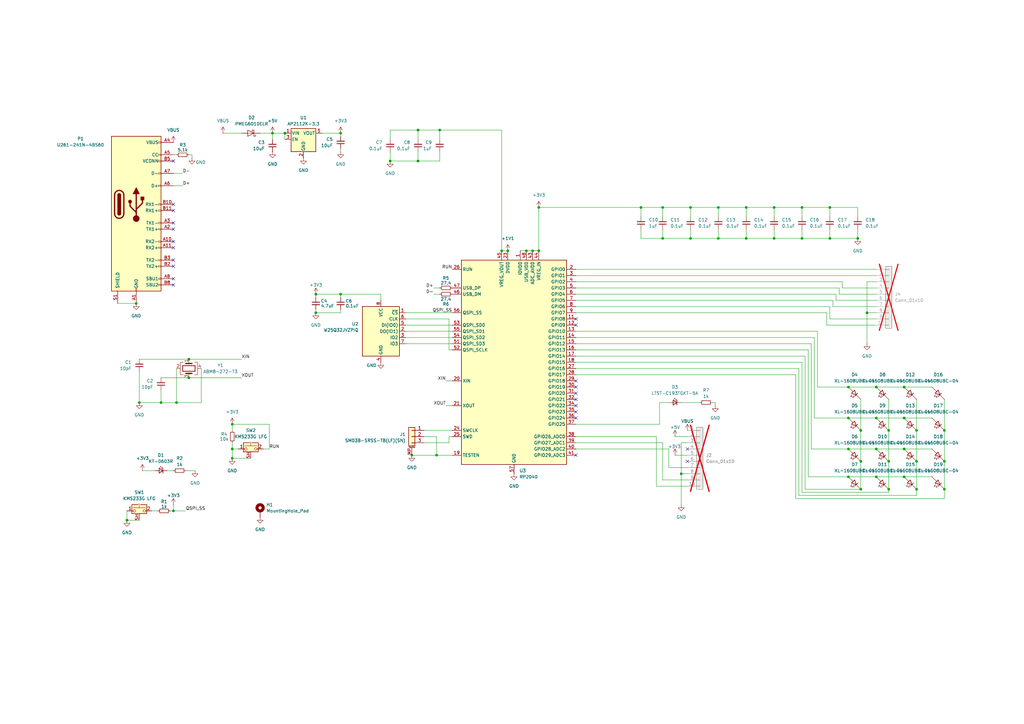
<source format=kicad_sch>
(kicad_sch (version 20250114) (generator "eeschema") (generator_version "9.0")
  (paper "A3")
  (title_block (title "Daedalus") (date "2025-02-17") (rev "A"))
  (junction (at 294.64 85.09))
  (junction (at 279.4 194.31))
  (junction (at 387.35 200.66))
  (junction (at 355.6 128.27))
  (junction (at 353.06 189.23))
  (junction (at 168.91 186.69))
  (junction (at 77.47 154.94))
  (junction (at 111.76 54.61))
  (junction (at 55.88 124.46))
  (junction (at 306.07 97.79))
  (junction (at 359.41 158.75))
  (junction (at 220.98 85.09))
  (junction (at 359.41 184.15))
  (junction (at 139.7 120.65))
  (junction (at 77.47 147.32))
  (junction (at 171.45 53.34))
  (junction (at 72.39 165.1))
  (junction (at 387.35 176.53))
  (junction (at 271.78 97.79))
  (junction (at 375.92 176.53))
  (junction (at 52.07 213.36))
  (junction (at 317.5 85.09))
  (junction (at 375.92 200.66))
  (junction (at 95.25 184.15))
  (junction (at 370.84 184.15))
  (junction (at 66.04 165.1))
  (junction (at 179.07 186.69))
  (junction (at 364.49 200.66))
  (junction (at 347.98 158.75))
  (junction (at 262.89 85.09))
  (junction (at 271.78 85.09))
  (junction (at 359.41 195.58))
  (junction (at 129.54 128.27))
  (junction (at 375.92 189.23))
  (junction (at 208.28 102.87))
  (junction (at 180.34 53.34))
  (junction (at 359.41 171.45))
  (junction (at 171.45 66.04))
  (junction (at 370.84 195.58))
  (junction (at 328.93 97.79))
  (junction (at 306.07 85.09))
  (junction (at 351.79 97.79))
  (junction (at 353.06 176.53))
  (junction (at 283.21 97.79))
  (junction (at 57.15 165.1))
  (junction (at 317.5 97.79))
  (junction (at 220.98 102.87))
  (junction (at 347.98 171.45))
  (junction (at 205.74 102.87))
  (junction (at 71.12 209.55))
  (junction (at 116.84 54.61))
  (junction (at 364.49 176.53))
  (junction (at 215.9 102.87))
  (junction (at 160.02 66.04))
  (junction (at 283.21 85.09))
  (junction (at 95.25 173.99))
  (junction (at 387.35 189.23))
  (junction (at 364.49 189.23))
  (junction (at 370.84 158.75))
  (junction (at 340.36 85.09))
  (junction (at 347.98 184.15))
  (junction (at 294.64 97.79))
  (junction (at 347.98 195.58))
  (junction (at 218.44 102.87))
  (junction (at 353.06 200.66))
  (junction (at 340.36 97.79))
  (junction (at 328.93 85.09))
  (junction (at 129.54 120.65))
  (junction (at 95.25 187.96))
  (junction (at 139.7 54.61))
  (junction (at 370.84 171.45))
  (no_connect (at 71.12 101.6))
  (no_connect (at 281.94 184.15))
  (no_connect (at 236.22 158.75))
  (no_connect (at 236.22 186.69))
  (no_connect (at 71.12 66.04))
  (no_connect (at 236.22 168.91))
  (no_connect (at 236.22 166.37))
  (no_connect (at 236.22 133.35))
  (no_connect (at 236.22 163.83))
  (no_connect (at 71.12 86.36))
  (no_connect (at 236.22 171.45))
  (no_connect (at 71.12 109.22))
  (no_connect (at 71.12 93.98))
  (no_connect (at 236.22 156.21))
  (no_connect (at 71.12 116.84))
  (no_connect (at 71.12 91.44))
  (no_connect (at 71.12 114.3))
  (no_connect (at 71.12 99.06))
  (no_connect (at 236.22 130.81))
  (no_connect (at 71.12 83.82))
  (no_connect (at 71.12 106.68))
  (no_connect (at 281.94 189.23))
  (no_connect (at 236.22 161.29))
  (wire (pts (xy 294.64 97.79) (xy 294.64 93.98)))
  (wire (pts (xy 335.28 135.89) (xy 335.28 158.75)))
  (wire (pts (xy 327.66 203.2) (xy 375.92 203.2)))
  (wire (pts (xy 95.25 184.15) (xy 97.79 184.15)))
  (wire (pts (xy 160.02 57.15) (xy 160.02 53.34)))
  (wire (pts (xy 139.7 54.61) (xy 139.7 55.88)))
  (wire (pts (xy 294.64 88.9) (xy 294.64 85.09)))
  (wire (pts (xy 95.25 173.99) (xy 110.49 173.99)))
  (wire (pts (xy 271.78 93.98) (xy 271.78 97.79)))
  (wire (pts (xy 184.15 179.07) (xy 185.42 179.07)))
  (wire (pts (xy 57.15 147.32) (xy 77.47 147.32)))
  (wire (pts (xy 328.93 148.59) (xy 328.93 201.93)))
  (wire (pts (xy 218.44 102.87) (xy 220.98 102.87)))
  (wire (pts (xy 355.6 128.27) (xy 355.6 140.97)))
  (wire (pts (xy 91.44 54.61) (xy 99.06 54.61)))
  (wire (pts (xy 279.4 165.1) (xy 287.02 165.1)))
  (wire (pts (xy 69.85 209.55) (xy 71.12 209.55)))
  (wire (pts (xy 359.41 123.19) (xy 342.9 123.19)))
  (wire (pts (xy 236.22 140.97) (xy 332.74 140.97)))
  (wire (pts (xy 332.74 140.97) (xy 332.74 184.15)))
  (wire (pts (xy 72.39 165.1) (xy 82.55 165.1)))
  (wire (pts (xy 262.89 88.9) (xy 262.89 85.09)))
  (wire (pts (xy 95.25 187.96) (xy 102.87 187.96)))
  (wire (pts (xy 359.41 120.65) (xy 344.17 120.65)))
  (wire (pts (xy 173.99 176.53) (xy 185.42 176.53)))
  (wire (pts (xy 281.94 186.69) (xy 276.86 186.69)))
  (wire (pts (xy 359.41 158.75) (xy 370.84 158.75)))
  (wire (pts (xy 236.22 153.67) (xy 326.39 153.67)))
  (wire (pts (xy 262.89 97.79) (xy 271.78 97.79)))
  (wire (pts (xy 334.01 171.45) (xy 347.98 171.45)))
  (wire (pts (xy 184.15 130.81) (xy 184.15 143.51)))
  (wire (pts (xy 387.35 176.53) (xy 387.35 163.83)))
  (wire (pts (xy 205.74 53.34) (xy 205.74 102.87)))
  (wire (pts (xy 160.02 66.04) (xy 160.02 62.23)))
  (wire (pts (xy 328.93 88.9) (xy 328.93 85.09)))
  (wire (pts (xy 317.5 88.9) (xy 317.5 85.09)))
  (wire (pts (xy 340.36 97.79) (xy 340.36 93.98)))
  (wire (pts (xy 236.22 120.65) (xy 342.9 120.65)))
  (wire (pts (xy 340.36 125.73) (xy 340.36 130.81)))
  (wire (pts (xy 335.28 158.75) (xy 347.98 158.75)))
  (wire (pts (xy 294.64 97.79) (xy 306.07 97.79)))
  (wire (pts (xy 236.22 151.13) (xy 327.66 151.13)))
  (wire (pts (xy 236.22 146.05) (xy 330.2 146.05)))
  (wire (pts (xy 52.07 213.36) (xy 52.07 209.55)))
  (wire (pts (xy 306.07 97.79) (xy 306.07 93.98)))
  (wire (pts (xy 270.51 165.1) (xy 274.32 165.1)))
  (wire (pts (xy 78.74 63.5) (xy 77.47 63.5)))
  (wire (pts (xy 306.07 85.09) (xy 317.5 85.09)))
  (wire (pts (xy 359.41 195.58) (xy 370.84 195.58)))
  (wire (pts (xy 387.35 189.23) (xy 387.35 176.53)))
  (wire (pts (xy 139.7 128.27) (xy 129.54 128.27)))
  (wire (pts (xy 220.98 85.09) (xy 262.89 85.09)))
  (wire (pts (xy 236.22 135.89) (xy 335.28 135.89)))
  (wire (pts (xy 375.92 176.53) (xy 375.92 163.83)))
  (wire (pts (xy 326.39 153.67) (xy 326.39 204.47)))
  (wire (pts (xy 270.51 173.99) (xy 270.51 165.1)))
  (wire (pts (xy 271.78 88.9) (xy 271.78 85.09)))
  (wire (pts (xy 106.68 54.61) (xy 111.76 54.61)))
  (wire (pts (xy 328.93 97.79) (xy 340.36 97.79)))
  (wire (pts (xy 57.15 165.1) (xy 66.04 165.1)))
  (wire (pts (xy 139.7 127) (xy 139.7 128.27)))
  (wire (pts (xy 184.15 181.61) (xy 184.15 179.07)))
  (wire (pts (xy 340.36 130.81) (xy 359.41 130.81)))
  (wire (pts (xy 326.39 204.47) (xy 387.35 204.47)))
  (wire (pts (xy 347.98 184.15) (xy 359.41 184.15)))
  (wire (pts (xy 359.41 171.45) (xy 370.84 171.45)))
  (wire (pts (xy 294.64 85.09) (xy 306.07 85.09)))
  (wire (pts (xy 95.25 181.61) (xy 95.25 184.15)))
  (wire (pts (xy 351.79 97.79) (xy 351.79 93.98)))
  (wire (pts (xy 171.45 66.04) (xy 160.02 66.04)))
  (wire (pts (xy 281.94 191.77) (xy 274.32 191.77)))
  (wire (pts (xy 166.37 133.35) (xy 185.42 133.35)))
  (wire (pts (xy 72.39 63.5) (xy 71.12 63.5)))
  (wire (pts (xy 340.36 97.79) (xy 351.79 97.79)))
  (wire (pts (xy 339.09 133.35) (xy 339.09 128.27)))
  (wire (pts (xy 171.45 66.04) (xy 180.34 66.04)))
  (wire (pts (xy 180.34 53.34) (xy 171.45 53.34)))
  (wire (pts (xy 236.22 181.61) (xy 271.78 181.61)))
  (wire (pts (xy 331.47 195.58) (xy 347.98 195.58)))
  (wire (pts (xy 375.92 200.66) (xy 375.92 189.23)))
  (wire (pts (xy 180.34 62.23) (xy 180.34 66.04)))
  (wire (pts (xy 370.84 195.58) (xy 382.27 195.58)))
  (wire (pts (xy 375.92 189.23) (xy 375.92 176.53)))
  (wire (pts (xy 182.88 166.37) (xy 185.42 166.37)))
  (wire (pts (xy 179.07 186.69) (xy 185.42 186.69)))
  (wire (pts (xy 171.45 53.34) (xy 160.02 53.34)))
  (wire (pts (xy 359.41 184.15) (xy 370.84 184.15)))
  (wire (pts (xy 77.47 154.94) (xy 99.06 154.94)))
  (wire (pts (xy 48.26 124.46) (xy 55.88 124.46)))
  (wire (pts (xy 347.98 171.45) (xy 359.41 171.45)))
  (wire (pts (xy 166.37 128.27) (xy 185.42 128.27)))
  (wire (pts (xy 66.04 154.94) (xy 77.47 154.94)))
  (wire (pts (xy 116.84 54.61) (xy 116.84 57.15)))
  (wire (pts (xy 387.35 200.66) (xy 387.35 189.23)))
  (wire (pts (xy 71.12 207.01) (xy 71.12 209.55)))
  (wire (pts (xy 281.94 196.85) (xy 271.78 196.85)))
  (wire (pts (xy 180.34 53.34) (xy 205.74 53.34)))
  (wire (pts (xy 58.42 193.04) (xy 63.5 193.04)))
  (wire (pts (xy 71.12 209.55) (xy 76.2 209.55)))
  (wire (pts (xy 62.23 209.55) (xy 64.77 209.55)))
  (wire (pts (xy 347.98 158.75) (xy 359.41 158.75)))
  (wire (pts (xy 129.54 120.65) (xy 139.7 120.65)))
  (wire (pts (xy 220.98 85.09) (xy 220.98 102.87)))
  (wire (pts (xy 110.49 173.99) (xy 110.49 184.15)))
  (wire (pts (xy 283.21 88.9) (xy 283.21 85.09)))
  (wire (pts (xy 171.45 66.04) (xy 171.45 62.23)))
  (wire (pts (xy 271.78 97.79) (xy 283.21 97.79)))
  (wire (pts (xy 345.44 115.57) (xy 345.44 118.11)))
  (wire (pts (xy 166.37 130.81) (xy 184.15 130.81)))
  (wire (pts (xy 317.5 97.79) (xy 317.5 93.98)))
  (wire (pts (xy 317.5 85.09) (xy 328.93 85.09)))
  (wire (pts (xy 271.78 85.09) (xy 283.21 85.09)))
  (wire (pts (xy 95.25 187.96) (xy 95.25 184.15)))
  (wire (pts (xy 76.2 193.04) (xy 80.01 193.04)))
  (wire (pts (xy 293.37 166.37) (xy 293.37 165.1)))
  (wire (pts (xy 330.2 200.66) (xy 353.06 200.66)))
  (wire (pts (xy 271.78 196.85) (xy 271.78 181.61)))
  (wire (pts (xy 328.93 201.93) (xy 364.49 201.93)))
  (wire (pts (xy 283.21 97.79) (xy 283.21 93.98)))
  (wire (pts (xy 330.2 146.05) (xy 330.2 200.66)))
  (wire (pts (xy 236.22 173.99) (xy 270.51 173.99)))
  (wire (pts (xy 364.49 189.23) (xy 364.49 176.53)))
  (wire (pts (xy 95.25 176.53) (xy 95.25 173.99)))
  (wire (pts (xy 78.74 63.5) (xy 78.74 64.77)))
  (wire (pts (xy 74.93 76.2) (xy 71.12 76.2)))
  (wire (pts (xy 184.15 143.51) (xy 185.42 143.51)))
  (wire (pts (xy 215.9 102.87) (xy 218.44 102.87)))
  (wire (pts (xy 166.37 135.89) (xy 185.42 135.89)))
  (wire (pts (xy 375.92 203.2) (xy 375.92 200.66)))
  (wire (pts (xy 341.63 125.73) (xy 341.63 123.19)))
  (wire (pts (xy 179.07 179.07) (xy 179.07 186.69)))
  (wire (pts (xy 173.99 181.61) (xy 184.15 181.61)))
  (wire (pts (xy 370.84 184.15) (xy 382.27 184.15)))
  (wire (pts (xy 317.5 97.79) (xy 328.93 97.79)))
  (wire (pts (xy 327.66 151.13) (xy 327.66 203.2)))
  (wire (pts (xy 177.8 118.11) (xy 180.34 118.11)))
  (wire (pts (xy 347.98 195.58) (xy 359.41 195.58)))
  (wire (pts (xy 364.49 201.93) (xy 364.49 200.66)))
  (wire (pts (xy 68.58 193.04) (xy 71.12 193.04)))
  (wire (pts (xy 359.41 125.73) (xy 341.63 125.73)))
  (wire (pts (xy 236.22 148.59) (xy 328.93 148.59)))
  (wire (pts (xy 306.07 88.9) (xy 306.07 85.09)))
  (wire (pts (xy 139.7 120.65) (xy 139.7 121.92)))
  (wire (pts (xy 351.79 85.09) (xy 351.79 88.9)))
  (wire (pts (xy 331.47 143.51) (xy 331.47 195.58)))
  (wire (pts (xy 364.49 200.66) (xy 364.49 189.23)))
  (wire (pts (xy 236.22 184.15) (xy 274.32 184.15)))
  (wire (pts (xy 236.22 118.11) (xy 344.17 118.11)))
  (wire (pts (xy 306.07 97.79) (xy 317.5 97.79)))
  (wire (pts (xy 236.22 128.27) (xy 339.09 128.27)))
  (wire (pts (xy 236.22 123.19) (xy 341.63 123.19)))
  (wire (pts (xy 236.22 110.49) (xy 359.41 110.49)))
  (wire (pts (xy 279.4 194.31) (xy 281.94 194.31)))
  (wire (pts (xy 293.37 165.1) (xy 292.1 165.1)))
  (wire (pts (xy 236.22 138.43) (xy 334.01 138.43)))
  (wire (pts (xy 72.39 151.13) (xy 72.39 165.1)))
  (wire (pts (xy 281.94 179.07) (xy 276.86 179.07)))
  (wire (pts (xy 281.94 199.39) (xy 269.24 199.39)))
  (wire (pts (xy 364.49 176.53) (xy 364.49 163.83)))
  (wire (pts (xy 283.21 85.09) (xy 294.64 85.09)))
  (wire (pts (xy 370.84 158.75) (xy 382.27 158.75)))
  (wire (pts (xy 107.95 184.15) (xy 110.49 184.15)))
  (wire (pts (xy 236.22 113.03) (xy 359.41 113.03)))
  (wire (pts (xy 359.41 115.57) (xy 355.6 115.57)))
  (wire (pts (xy 236.22 125.73) (xy 340.36 125.73)))
  (wire (pts (xy 334.01 138.43) (xy 334.01 171.45)))
  (wire (pts (xy 139.7 120.65) (xy 156.21 120.65)))
  (wire (pts (xy 57.15 152.4) (xy 57.15 165.1)))
  (wire (pts (xy 359.41 133.35) (xy 339.09 133.35)))
  (wire (pts (xy 355.6 128.27) (xy 359.41 128.27)))
  (wire (pts (xy 139.7 62.23) (xy 139.7 60.96)))
  (wire (pts (xy 74.93 71.12) (xy 71.12 71.12)))
  (wire (pts (xy 66.04 165.1) (xy 72.39 165.1)))
  (wire (pts (xy 177.8 120.65) (xy 180.34 120.65)))
  (wire (pts (xy 269.24 199.39) (xy 269.24 179.07)))
  (wire (pts (xy 129.54 127) (xy 129.54 128.27)))
  (wire (pts (xy 236.22 179.07) (xy 269.24 179.07)))
  (wire (pts (xy 353.06 163.83) (xy 353.06 176.53)))
  (wire (pts (xy 168.91 186.69) (xy 179.07 186.69)))
  (wire (pts (xy 66.04 165.1) (xy 66.04 160.02)))
  (wire (pts (xy 82.55 151.13) (xy 82.55 165.1)))
  (wire (pts (xy 281.94 181.61) (xy 279.4 181.61)))
  (wire (pts (xy 344.17 120.65) (xy 344.17 118.11)))
  (wire (pts (xy 353.06 176.53) (xy 353.06 189.23)))
  (wire (pts (xy 279.4 194.31) (xy 279.4 207.01)))
  (wire (pts (xy 340.36 85.09) (xy 351.79 85.09)))
  (wire (pts (xy 213.36 102.87) (xy 215.9 102.87)))
  (wire (pts (xy 173.99 179.07) (xy 179.07 179.07)))
  (wire (pts (xy 283.21 97.79) (xy 294.64 97.79)))
  (wire (pts (xy 328.93 85.09) (xy 340.36 85.09)))
  (wire (pts (xy 236.22 143.51) (xy 331.47 143.51)))
  (wire (pts (xy 342.9 123.19) (xy 342.9 120.65)))
  (wire (pts (xy 279.4 181.61) (xy 279.4 194.31)))
  (wire (pts (xy 77.47 147.32) (xy 99.06 147.32)))
  (wire (pts (xy 345.44 118.11) (xy 359.41 118.11)))
  (wire (pts (xy 180.34 57.15) (xy 180.34 53.34)))
  (wire (pts (xy 171.45 57.15) (xy 171.45 53.34)))
  (wire (pts (xy 166.37 140.97) (xy 185.42 140.97)))
  (wire (pts (xy 328.93 97.79) (xy 328.93 93.98)))
  (wire (pts (xy 156.21 123.19) (xy 156.21 120.65)))
  (wire (pts (xy 353.06 189.23) (xy 353.06 200.66)))
  (wire (pts (xy 340.36 88.9) (xy 340.36 85.09)))
  (wire (pts (xy 132.08 54.61) (xy 139.7 54.61)))
  (wire (pts (xy 262.89 85.09) (xy 271.78 85.09)))
  (wire (pts (xy 166.37 138.43) (xy 185.42 138.43)))
  (wire (pts (xy 111.76 54.61) (xy 116.84 54.61)))
  (wire (pts (xy 387.35 204.47) (xy 387.35 200.66)))
  (wire (pts (xy 182.88 156.21) (xy 185.42 156.21)))
  (wire (pts (xy 370.84 171.45) (xy 382.27 171.45)))
  (wire (pts (xy 111.76 54.61) (xy 111.76 57.15)))
  (wire (pts (xy 52.07 213.36) (xy 57.15 213.36)))
  (wire (pts (xy 332.74 184.15) (xy 347.98 184.15)))
  (wire (pts (xy 236.22 115.57) (xy 345.44 115.57)))
  (wire (pts (xy 205.74 102.87) (xy 208.28 102.87)))
  (wire (pts (xy 129.54 120.65) (xy 129.54 121.92)))
  (wire (pts (xy 274.32 191.77) (xy 274.32 184.15)))
  (wire (pts (xy 262.89 97.79) (xy 262.89 93.98)))
  (wire (pts (xy 355.6 115.57) (xy 355.6 128.27)))
  (label "D+" (at 177.8 118.11 180))
  (label "RUN" (at 110.49 184.15 0))
  (label "D-" (at 177.8 120.65 180))
  (label "XIN" (at 99.06 147.32 0))
  (label "D-" (at 74.93 71.12 0))
  (label "D+" (at 74.93 76.2 0))
  (label "XIN" (at 182.88 156.21 180))
  (label "QSPI_SS" (at 185.42 128.27 180))
  (label "XOUT" (at 182.88 166.37 180))
  (label "RUN" (at 185.42 110.49 180))
  (label "QSPI_SS" (at 76.2 209.55 0))
  (label "XOUT" (at 99.06 154.94 0))
  (symbol (lib_id "Device:C_Small") (at 180.34 59.69 0) (mirror x) (unit 1)
    (property "Reference" "C9" (at 177.165 58.4136 0) (effects (justify right)))
    (property "Value" "1uF" (at 177.165 60.9536 0) (effects (justify right)))
    (property "Footprint" "Capacitor_SMD:C_0201_0603Metric" (effects (hide yes)))
  )
  (symbol (lib_id "power:+1V1") (at 208.28 102.87 0) (unit 1)
    (property "Reference" "#PWR023" (effects (hide yes)))
    (property "Value" "+1V1" (at 208.28 97.79 0))
  )
  (symbol (lib_id "power:GND") (at 351.79 97.79 0) (unit 1)
    (property "Reference" "#PWR031" (effects (hide yes)))
    (property "Value" "GND" (at 351.79 102.87 0))
  )
  (symbol (lib_id "Device:R_Small") (at 182.88 118.11 90) (unit 1)
    (property "Reference" "R5" (at 182.88 114.046 90))
    (property "Value" "27.4" (at 182.88 116.078 90))
    (property "Footprint" "Resistor_SMD:R_0201_0603Metric" (effects (hide yes)))
    (property "Description" "Resistor, small symbol" (effects (hide yes)))
  )
  (symbol (lib_id "Device:C_Small") (at 57.15 149.86 0) (mirror x) (unit 1)
    (property "Reference" "C1" (at 53.975 148.5836 0) (effects (justify right)))
    (property "Value" "10pF" (at 53.975 151.1236 0) (effects (justify right)))
    (property "Footprint" "Capacitor_SMD:C_0201_0603Metric" (effects (hide yes)))
  )
  (symbol (lib_name "GND_7") (lib_id "power:GND") (at 279.4 207.01 0) (mirror y) (unit 1)
    (property "Reference" "#PWR028" (effects (hide yes)))
    (property "Value" "GND" (at 279.4 212.09 0))
    (property "Description" "Power symbol creates a global label with name \"GND\" , ground" (effects (hide yes)))
  )
  (symbol (lib_id "power:GND") (at 160.02 66.04 0) (mirror y) (unit 1)
    (property "Reference" "#PWR021" (effects (hide yes)))
    (property "Value" "GND" (at 160.02 71.12 0))
  )
  (symbol (lib_id "power:VBUS") (at 71.12 58.42 0) (unit 1)
    (property "Reference" "#PWR05" (effects (hide yes)))
    (property "Value" "VBUS" (at 71.12 53.34 0))
    (property "Description" "Power symbol creates a global label with name \"VBUS\"" (effects (hide yes)))
  )
  (symbol (lib_id "power:+3V3") (at 129.54 120.65 0) (unit 1)
    (property "Reference" "#PWR016" (effects (hide yes)))
    (property "Value" "+3V3" (at 129.54 116.84 0))
    (property "Description" "Power symbol creates a global label with name \"+3V3\"" (effects (hide yes)))
  )
  (symbol (lib_name "GND_4") (lib_id "power:GND") (at 78.74 64.77 0) (unit 1)
    (property "Reference" "#PWR07" (effects (hide yes)))
    (property "Value" "GND" (at 82.296 66.548 0))
    (property "Description" "Power symbol creates a global label with name \"GND\" , ground" (effects (hide yes)))
  )
  (symbol (lib_id "Device:C_Small") (at 294.64 91.44 180) (unit 1)
    (property "Reference" "C13" (at 297.815 90.1636 0) (effects (justify right)))
    (property "Value" "0.1uF" (at 297.815 92.7036 0) (effects (justify right)))
    (property "Footprint" "Capacitor_SMD:C_0201_0603Metric" (effects (hide yes)))
  )
  (symbol (lib_id "Device:LED_45deg") (at 350.52 186.69 0) (unit 1)
    (property "Reference" "D6" (at 350.52 179.07 0))
    (property "Value" "XL-1608UBC-04" (at 350.52 181.61 0))
    (property "Footprint" "LED_SMD:LED_0603_1608Metric" (effects (hide yes)))
    (property "Description" "Light emitting diode, rotated by 45°" (effects (hide yes)))
  )
  (symbol (lib_id "Device:C_Small") (at 139.7 58.42 0) (mirror x) (unit 1)
    (property "Reference" "C5" (at 136.525 57.1436 0) (effects (justify right)))
    (property "Value" "10uF" (at 136.525 59.6836 0) (effects (justify right)))
    (property "Footprint" "Capacitor_SMD:C_0402_1005Metric" (effects (hide yes)))
  )
  (symbol (lib_id "Device:R_Small") (at 73.66 193.04 90) (unit 1)
    (property "Reference" "R2" (at 73.66 187.96 90))
    (property "Value" "1k" (at 73.66 190.5 90))
    (property "Footprint" "Resistor_SMD:R_0201_0603Metric" (effects (hide yes)))
    (property "Description" "Resistor, small symbol" (effects (hide yes)))
  )
  (symbol (lib_id "Device:R_Small") (at 289.56 165.1 90) (unit 1)
    (property "Reference" "R7" (at 289.56 160.02 90))
    (property "Value" "1k" (at 289.56 162.56 90))
    (property "Footprint" "Resistor_SMD:R_0201_0603Metric" (effects (hide yes)))
    (property "Description" "Resistor, small symbol" (effects (hide yes)))
  )
  (symbol (lib_id "power:+3V3") (at 139.7 54.61 0) (unit 1)
    (property "Reference" "#PWR018" (effects (hide yes)))
    (property "Value" "+3V3" (at 139.7 49.53 0))
    (property "Description" "Power symbol creates a global label with name \"+3V3\"" (effects (hide yes)))
  )
  (symbol (lib_id "Device:LED_45deg") (at 350.52 173.99 0) (unit 1)
    (property "Reference" "D5" (at 350.52 166.37 0))
    (property "Value" "XL-1608UBC-04" (at 350.52 168.91 0))
    (property "Footprint" "LED_SMD:LED_0603_1608Metric" (effects (hide yes)))
    (property "Description" "Light emitting diode, rotated by 45°" (effects (hide yes)))
  )
  (symbol (lib_id "Device:C_Small") (at 340.36 91.44 180) (unit 1)
    (property "Reference" "C17" (at 343.535 90.1636 0) (effects (justify right)))
    (property "Value" "0.1uF" (at 343.535 92.7036 0) (effects (justify right)))
    (property "Footprint" "Capacitor_SMD:C_0201_0603Metric" (effects (hide yes)))
  )
  (symbol (lib_id "Connector:USB_C_Plug") (at 55.88 83.82 0) (unit 1)
    (property "Reference" "P1" (at 33.02 56.896 0))
    (property "Value" "U261-241N-4BS60" (at 33.02 59.436 0))
    (property "Footprint" "U261-241N-4BS60:U261-241N-4BS60" (effects (hide yes)))
    (property "Datasheet" "https://www.usb.org/sites/default/files/documents/usb_type-c.zip" (effects (hide yes)))
    (property "Description" "USB Type-C Plug connector" (effects (hide yes)))
  )
  (symbol (lib_name "GND_7") (lib_id "power:GND") (at 293.37 166.37 0) (mirror y) (unit 1)
    (property "Reference" "#PWR030" (effects (hide yes)))
    (property "Value" "GND" (at 293.37 171.45 0))
    (property "Description" "Power symbol creates a global label with name \"GND\" , ground" (effects (hide yes)))
  )
  (symbol (lib_name "GND_9") (lib_id "power:GND") (at 129.54 128.27 0) (unit 1)
    (property "Reference" "#PWR017" (effects (hide yes)))
    (property "Value" "GND" (at 129.54 133.35 0))
    (property "Description" "Power symbol creates a global label with name \"GND\" , ground" (effects (hide yes)))
  )
  (symbol (lib_id "power:+3V3") (at 71.12 207.01 0) (unit 1)
    (property "Reference" "#PWR06" (effects (hide yes)))
    (property "Value" "+3V3" (at 71.12 203.2 0))
    (property "Description" "Power symbol creates a global label with name \"+3V3\"" (effects (hide yes)))
  )
  (symbol (lib_id "Switch:SW_Push_Shielded") (at 102.87 184.15 0) (unit 1)
    (property "Reference" "SW2" (at 102.87 176.53 0))
    (property "Value" "KMS233G LFG" (at 102.87 179.07 0))
    (property "Footprint" "Button_Switch_SMD:SW_SPST_CK_KMS2xxG" (effects (hide yes)))
    (property "Description" "Generic push-button switch, two contact pins and shield pin(s)" (effects (hide yes)))
  )
  (symbol (lib_id "Memory_Flash:W25Q128JVS") (at 156.21 135.89 0) (mirror y) (unit 1)
    (property "Reference" "U2" (at 147.066 132.842 0) (effects (justify left)))
    (property "Value" "W25Q32JVZPIQ" (at 147.066 135.382 0) (effects (justify left)))
    (property "Footprint" "Package_SON:WSON-8-1EP_6x5mm_P1.27mm_EP3.4x4.3mm" (effects (hide yes)))
  )
  (symbol (lib_id "Connector_Generic_MountingPin:Conn_01x03_MountingPin") (at 168.91 179.07 0) (mirror y) (unit 1)
    (property "Reference" "J1" (at 166.37 178.1555 0) (effects (justify left)))
    (property "Value" "SM03B-SRSS-TB(LF)(SN)" (at 166.37 180.6955 0) (effects (justify left)))
    (property "Footprint" "Connector_JST:JST_SH_SM03B-SRSS-TB_1x03-1MP_P1.00mm_Horizontal" (effects (hide yes)))
    (property "Description" "Generic connectable mounting pin connector, single row, 01x03, script generated (kicad-library-utils/schlib/autogen/connector/)" (effects (hide yes)))
  )
  (symbol (lib_id "power:+3V3") (at 95.25 173.99 0) (unit 1)
    (property "Reference" "#PWR010" (effects (hide yes)))
    (property "Value" "+3V3" (at 95.25 168.91 0))
    (property "Description" "Power symbol creates a global label with name \"+3V3\"" (effects (hide yes)))
  )
  (symbol (lib_id "power:+3V3") (at 276.86 186.69 0) (mirror y) (unit 1)
    (property "Reference" "#PWR027" (effects (hide yes)))
    (property "Value" "+3V3" (at 276.606 183.134 0))
    (property "Description" "Power symbol creates a global label with name \"+3V3\"" (effects (hide yes)))
  )
  (symbol (lib_id "Device:C_Small") (at 262.89 91.44 180) (unit 1)
    (property "Reference" "C10" (at 266.065 90.1636 0) (effects (justify right)))
    (property "Value" "1uF" (at 266.065 92.7036 0) (effects (justify right)))
    (property "Footprint" "Capacitor_SMD:C_0201_0603Metric" (effects (hide yes)))
  )
  (symbol (lib_id "Device:LED_45deg") (at 373.38 161.29 0) (unit 1)
    (property "Reference" "D12" (at 373.38 153.67 0))
    (property "Value" "XL-1608UBC-04" (at 373.38 156.21 0))
    (property "Footprint" "LED_SMD:LED_0603_1608Metric" (effects (hide yes)))
    (property "Description" "Light emitting diode, rotated by 45°" (effects (hide yes)))
  )
  (symbol (lib_id "Device:C_Small") (at 111.76 59.69 0) (mirror x) (unit 1)
    (property "Reference" "C3" (at 108.585 58.4136 0) (effects (justify right)))
    (property "Value" "10uF" (at 108.585 60.9536 0) (effects (justify right)))
    (property "Footprint" "Capacitor_SMD:C_0402_1005Metric" (effects (hide yes)))
  )
  (symbol (lib_id "Connector_Generic:Conn_01x10") (at 364.49 120.65 0) (unit 1) (in_bom no) (dnp yes)
    (property "Reference" "J4" (at 367.03 120.6499 0) (effects (justify left)))
    (property "Value" "Conn_01x10" (at 367.03 123.1899 0) (effects (justify left)))
    (property "Footprint" "Connector_PinHeader_2.54mm:PinHeader_1x10_P2.54mm_Vertical" (effects (hide yes)))
    (property "Description" "Generic connector, single row, 01x10, script generated (kicad-library-utils/schlib/autogen/connector/)" (effects (hide yes)))
  )
  (symbol (lib_name "GND_2") (lib_id "power:GND") (at 55.88 124.46 0) (unit 1)
    (property "Reference" "#PWR02" (effects (hide yes)))
    (property "Value" "GND" (at 55.88 129.54 0))
    (property "Description" "Power symbol creates a global label with name \"GND\" , ground" (effects (hide yes)))
  )
  (symbol (lib_id "Device:LED_45deg") (at 373.38 198.12 0) (unit 1)
    (property "Reference" "D15" (at 373.38 190.5 0))
    (property "Value" "XL-1608UBC-04" (at 373.38 193.04 0))
    (property "Footprint" "LED_SMD:LED_0603_1608Metric" (effects (hide yes)))
    (property "Description" "Light emitting diode, rotated by 45°" (effects (hide yes)))
  )
  (symbol (lib_id "Device:LED_45deg") (at 384.81 161.29 0) (unit 1)
    (property "Reference" "D16" (at 384.81 153.67 0))
    (property "Value" "XL-1608UBC-04" (at 384.81 156.21 0))
    (property "Footprint" "LED_SMD:LED_0603_1608Metric" (effects (hide yes)))
    (property "Description" "Light emitting diode, rotated by 45°" (effects (hide yes)))
  )
  (symbol (lib_id "Device:LED_Small") (at 66.04 193.04 0) (mirror y) (unit 1)
    (property "Reference" "D1" (at 65.9765 186.69 0))
    (property "Value" "KT-0603R" (at 65.9765 189.23 0))
    (property "Footprint" "LED_SMD:LED_0603_1608Metric" (effects (hide yes)))
    (property "Description" "Light emitting diode, small symbol" (effects (hide yes)))
  )
  (symbol (lib_id "Device:C_Small") (at 317.5 91.44 180) (unit 1)
    (property "Reference" "C15" (at 320.675 90.1636 0) (effects (justify right)))
    (property "Value" "0.1uF" (at 320.675 92.7036 0) (effects (justify right)))
    (property "Footprint" "Capacitor_SMD:C_0201_0603Metric" (effects (hide yes)))
  )
  (symbol (lib_id "Device:LED_45deg") (at 350.52 198.12 0) (unit 1)
    (property "Reference" "D7" (at 350.52 190.5 0))
    (property "Value" "XL-1608UBC-04" (at 350.52 193.04 0))
    (property "Footprint" "LED_SMD:LED_0603_1608Metric" (effects (hide yes)))
    (property "Description" "Light emitting diode, rotated by 45°" (effects (hide yes)))
  )
  (symbol (lib_id "Device:C_Small") (at 328.93 91.44 180) (unit 1)
    (property "Reference" "C16" (at 332.105 90.1636 0) (effects (justify right)))
    (property "Value" "0.1uF" (at 332.105 92.7036 0) (effects (justify right)))
    (property "Footprint" "Capacitor_SMD:C_0201_0603Metric" (effects (hide yes)))
  )
  (symbol (lib_id "Device:R_Small") (at 67.31 209.55 90) (unit 1)
    (property "Reference" "R1" (at 67.31 205.74 90))
    (property "Value" "1k" (at 67.31 207.772 90))
    (property "Footprint" "Resistor_SMD:R_0201_0603Metric" (effects (hide yes)))
    (property "Description" "Resistor, small symbol" (effects (hide yes)))
  )
  (symbol (lib_id "Diode:PMEG6010ELR") (at 102.87 54.61 180) (unit 1)
    (property "Reference" "D2" (at 103.1875 48.26 0))
    (property "Value" "PMEG6010ELR" (at 103.1875 50.8 0))
    (property "Footprint" "Diode_SMD:Nexperia_CFP3_SOD-123W" (effects (hide yes)))
    (property "Datasheet" "https://assets.nexperia.com/documents/data-sheet/PMEG6010ELR.pdf" (effects (hide yes)))
    (property "Description" "60V, 1A low leakage current MEGA Schottky barrier rectifier, SOD-123W" (effects (hide yes)))
  )
  (symbol (lib_id "power:GND") (at 57.15 165.1 0) (unit 1)
    (property "Reference" "#PWR03" (effects (hide yes)))
    (property "Value" "GND" (at 57.15 170.18 0))
  )
  (symbol (lib_id "Device:C_Small") (at 171.45 59.69 0) (mirror x) (unit 1)
    (property "Reference" "C8" (at 168.275 58.4136 0) (effects (justify right)))
    (property "Value" "0.1uF" (at 168.275 60.9536 0) (effects (justify right)))
    (property "Footprint" "Capacitor_SMD:C_0201_0603Metric" (effects (hide yes)))
  )
  (symbol (lib_name "GND_3") (lib_id "power:GND") (at 111.76 62.23 0) (unit 1)
    (property "Reference" "#PWR014" (effects (hide yes)))
    (property "Value" "GND" (at 111.76 67.31 0))
    (property "Description" "Power symbol creates a global label with name \"GND\" , ground" (effects (hide yes)))
  )
  (symbol (lib_id "power:VBUS") (at 91.44 54.61 0) (unit 1)
    (property "Reference" "#PWR09" (effects (hide yes)))
    (property "Value" "VBUS" (at 91.44 49.53 0))
    (property "Description" "Power symbol creates a global label with name \"VBUS\"" (effects (hide yes)))
  )
  (symbol (lib_id "power:GND") (at 156.21 148.59 0) (unit 1)
    (property "Reference" "#PWR020" (effects (hide yes)))
    (property "Value" "GND" (at 152.4 149.86 0))
  )
  (symbol (lib_id "Mechanical:MountingHole_Pad_MP") (at 106.68 209.55 0) (unit 1) (exclude_from_sim yes) (in_bom no)
    (property "Reference" "H1" (at 109.22 207.0099 0) (effects (justify left)))
    (property "Value" "MountingHole_Pad" (at 109.22 209.5499 0) (effects (justify left)))
    (property "Footprint" "MountingHole:MountingHole_2.2mm_M2_DIN965_Pad" (effects (hide yes)))
    (property "Description" "Mounting Hole with connection as pad named MP" (effects (hide yes)))
  )
  (symbol (lib_id "power:+5V") (at 111.76 54.61 0) (unit 1)
    (property "Reference" "#PWR013" (effects (hide yes)))
    (property "Value" "+5V" (at 111.76 49.53 0))
    (property "Description" "Power symbol creates a global label with name \"+5V\"" (effects (hide yes)))
  )
  (symbol (lib_id "Device:LED_45deg") (at 384.81 198.12 0) (unit 1)
    (property "Reference" "D19" (at 384.81 190.5 0))
    (property "Value" "XL-1608UBC-04" (at 384.81 193.04 0))
    (property "Footprint" "LED_SMD:LED_0603_1608Metric" (effects (hide yes)))
    (property "Description" "Light emitting diode, rotated by 45°" (effects (hide yes)))
  )
  (symbol (lib_id "Connector_Generic:Conn_01x10") (at 287.02 186.69 0) (unit 1) (in_bom no) (dnp yes)
    (property "Reference" "J2" (at 289.56 186.6899 0) (effects (justify left)))
    (property "Value" "Conn_01x10" (at 289.56 189.2299 0) (effects (justify left)))
    (property "Footprint" "Connector_PinHeader_2.54mm:PinHeader_1x10_P2.54mm_Vertical" (effects (hide yes)))
    (property "Description" "Generic connector, single row, 01x10, script generated (kicad-library-utils/schlib/autogen/connector/)" (effects (hide yes)))
  )
  (symbol (lib_id "Device:LED_45deg") (at 361.95 173.99 0) (unit 1)
    (property "Reference" "D9" (at 361.95 166.37 0))
    (property "Value" "XL-1608UBC-04" (at 361.95 168.91 0))
    (property "Footprint" "LED_SMD:LED_0603_1608Metric" (effects (hide yes)))
    (property "Description" "Light emitting diode, rotated by 45°" (effects (hide yes)))
  )
  (symbol (lib_id "Device:C_Small") (at 306.07 91.44 180) (unit 1)
    (property "Reference" "C14" (at 309.245 90.1636 0) (effects (justify right)))
    (property "Value" "0.1uF" (at 309.245 92.7036 0) (effects (justify right)))
    (property "Footprint" "Capacitor_SMD:C_0201_0603Metric" (effects (hide yes)))
  )
  (symbol (lib_name "GND_5") (lib_id "power:GND") (at 80.01 193.04 0) (unit 1)
    (property "Reference" "#PWR08" (effects (hide yes)))
    (property "Value" "GND" (at 80.01 198.12 0))
    (property "Description" "Power symbol creates a global label with name \"GND\" , ground" (effects (hide yes)))
  )
  (symbol (lib_id "Regulator_Linear:AP2112K-3.3") (at 124.46 57.15 0) (unit 1)
    (property "Reference" "U1" (at 124.46 48.26 0))
    (property "Value" "AP2112K-3.3" (at 124.46 50.8 0))
    (property "Footprint" "Package_TO_SOT_SMD:SOT-23-5" (effects (hide yes)))
    (property "Datasheet" "https://www.diodes.com/assets/Datasheets/AP2112.pdf" (effects (hide yes)))
    (property "Description" "600mA low dropout linear regulator, with enable pin, 3.8V-6V input voltage range, 3.3V fixed positive output, SOT-23-5" (effects (hide yes)))
  )
  (symbol (lib_name "GND_1") (lib_id "power:GND") (at 52.07 213.36 0) (unit 1)
    (property "Reference" "#PWR01" (effects (hide yes)))
    (property "Value" "GND" (at 52.07 218.44 0))
    (property "Description" "Power symbol creates a global label with name \"GND\" , ground" (effects (hide yes)))
  )
  (symbol (lib_name "GND_8") (lib_id "power:GND") (at 95.25 187.96 0) (unit 1)
    (property "Reference" "#PWR011" (effects (hide yes)))
    (property "Value" "GND" (at 95.25 193.04 0))
    (property "Description" "Power symbol creates a global label with name \"GND\" , ground" (effects (hide yes)))
  )
  (symbol (lib_id "Device:LED_45deg") (at 361.95 161.29 0) (unit 1)
    (property "Reference" "D8" (at 361.95 153.67 0))
    (property "Value" "XL-1608UBC-04" (at 361.95 156.21 0))
    (property "Footprint" "LED_SMD:LED_0603_1608Metric" (effects (hide yes)))
    (property "Description" "Light emitting diode, rotated by 45°" (effects (hide yes)))
  )
  (symbol (lib_name "GND_3") (lib_id "power:GND") (at 124.46 64.77 0) (unit 1)
    (property "Reference" "#PWR015" (effects (hide yes)))
    (property "Value" "GND" (at 124.46 69.85 0))
    (property "Description" "Power symbol creates a global label with name \"GND\" , ground" (effects (hide yes)))
  )
  (symbol (lib_id "Device:LED_45deg") (at 373.38 186.69 0) (unit 1)
    (property "Reference" "D14" (at 373.38 179.07 0))
    (property "Value" "XL-1608UBC-04" (at 373.38 181.61 0))
    (property "Footprint" "LED_SMD:LED_0603_1608Metric" (effects (hide yes)))
    (property "Description" "Light emitting diode, rotated by 45°" (effects (hide yes)))
  )
  (symbol (lib_id "Device:R_Small") (at 74.93 63.5 90) (unit 1)
    (property "Reference" "R3" (at 74.93 59.436 90))
    (property "Value" "5.1k" (at 74.93 61.468 90))
    (property "Footprint" "Resistor_SMD:R_0201_0603Metric" (effects (hide yes)))
    (property "Description" "Resistor, small symbol" (effects (hide yes)))
  )
  (symbol (lib_id "power:VBUS") (at 281.94 176.53 0) (mirror y) (unit 1)
    (property "Reference" "#PWR029" (effects (hide yes)))
    (property "Value" "VBUS" (at 281.94 172.72 0))
    (property "Description" "Power symbol creates a global label with name \"VBUS\"" (effects (hide yes)))
  )
  (symbol (lib_name "GND_7") (lib_id "power:GND") (at 355.6 140.97 0) (mirror y) (unit 1)
    (property "Reference" "#PWR032" (effects (hide yes)))
    (property "Value" "GND" (at 355.6 146.05 0))
    (property "Description" "Power symbol creates a global label with name \"GND\" , ground" (effects (hide yes)))
  )
  (symbol (lib_id "Device:LED_Small") (at 276.86 165.1 0) (mirror y) (unit 1)
    (property "Reference" "D3" (at 276.7965 158.75 0))
    (property "Value" "LTST-C193TGKT-5A" (at 276.7965 161.29 0))
    (property "Footprint" "LED_SMD:LED_0603_1608Metric" (effects (hide yes)))
    (property "Description" "Light emitting diode, small symbol" (effects (hide yes)))
  )
  (symbol (lib_id "power:+3V3") (at 220.98 85.09 0) (unit 1)
    (property "Reference" "#PWR025" (effects (hide yes)))
    (property "Value" "+3V3" (at 220.98 80.01 0))
    (property "Description" "Power symbol creates a global label with name \"+3V3\"" (effects (hide yes)))
  )
  (symbol (lib_id "Device:LED_45deg") (at 350.52 161.29 0) (unit 1)
    (property "Reference" "D4" (at 350.52 153.67 0))
    (property "Value" "XL-1608UBC-04" (at 350.52 156.21 0))
    (property "Footprint" "LED_SMD:LED_0603_1608Metric" (effects (hide yes)))
    (property "Description" "Light emitting diode, rotated by 45°" (effects (hide yes)))
  )
  (symbol (lib_id "Device:LED_45deg") (at 361.95 186.69 0) (unit 1)
    (property "Reference" "D10" (at 361.95 179.07 0))
    (property "Value" "XL-1608UBC-04" (at 361.95 181.61 0))
    (property "Footprint" "LED_SMD:LED_0603_1608Metric" (effects (hide yes)))
    (property "Description" "Light emitting diode, rotated by 45°" (effects (hide yes)))
  )
  (symbol (lib_id "Device:LED_45deg") (at 384.81 186.69 0) (unit 1)
    (property "Reference" "D18" (at 384.81 179.07 0))
    (property "Value" "XL-1608UBC-04" (at 384.81 181.61 0))
    (property "Footprint" "LED_SMD:LED_0603_1608Metric" (effects (hide yes)))
    (property "Description" "Light emitting diode, rotated by 45°" (effects (hide yes)))
  )
  (symbol (lib_id "Device:R_Small") (at 182.88 120.65 90) (mirror x) (unit 1)
    (property "Reference" "R6" (at 182.88 124.714 90))
    (property "Value" "27.4" (at 182.88 122.682 90))
    (property "Footprint" "Resistor_SMD:R_0201_0603Metric" (effects (hide yes)))
    (property "Description" "Resistor, small symbol" (effects (hide yes)))
  )
  (symbol (lib_id "Device:C_Small") (at 139.7 124.46 0) (unit 1)
    (property "Reference" "C6" (at 141.732 123.444 0) (effects (justify left)))
    (property "Value" "0.1uF" (at 141.732 125.476 0) (effects (justify left)))
    (property "Footprint" "Capacitor_SMD:C_0201_0603Metric" (effects (hide yes)))
    (property "Description" "Unpolarized capacitor, small symbol" (effects (hide yes)))
  )
  (symbol (lib_id "Device:LED_45deg") (at 384.81 173.99 0) (unit 1)
    (property "Reference" "D17" (at 384.81 166.37 0))
    (property "Value" "XL-1608UBC-04" (at 384.81 168.91 0))
    (property "Footprint" "LED_SMD:LED_0603_1608Metric" (effects (hide yes)))
    (property "Description" "Light emitting diode, rotated by 45°" (effects (hide yes)))
  )
  (symbol (lib_id "Switch:SW_Push_Shielded") (at 57.15 209.55 0) (unit 1)
    (property "Reference" "SW1" (at 57.15 201.93 0))
    (property "Value" "KMS233G LFG" (at 57.15 204.47 0))
    (property "Footprint" "Button_Switch_SMD:SW_SPST_CK_KMS2xxG" (effects (hide yes)))
    (property "Description" "Generic push-button switch, two contact pins and shield pin(s)" (effects (hide yes)))
  )
  (symbol (lib_id "power:+3V3") (at 58.42 193.04 0) (unit 1)
    (property "Reference" "#PWR04" (effects (hide yes)))
    (property "Value" "+3V3" (at 58.42 187.96 0))
    (property "Description" "Power symbol creates a global label with name \"+3V3\"" (effects (hide yes)))
  )
  (symbol (lib_id "power:+5V") (at 276.86 179.07 0) (mirror y) (unit 1)
    (property "Reference" "#PWR026" (effects (hide yes)))
    (property "Value" "+5V" (at 276.86 175.26 0))
    (property "Description" "Power symbol creates a global label with name \"+5V\"" (effects (hide yes)))
  )
  (symbol (lib_id "Device:LED_45deg") (at 373.38 173.99 0) (unit 1)
    (property "Reference" "D13" (at 373.38 166.37 0))
    (property "Value" "XL-1608UBC-04" (at 373.38 168.91 0))
    (property "Footprint" "LED_SMD:LED_0603_1608Metric" (effects (hide yes)))
    (property "Description" "Light emitting diode, rotated by 45°" (effects (hide yes)))
  )
  (symbol (lib_id "Device:C_Small") (at 283.21 91.44 180) (unit 1)
    (property "Reference" "C12" (at 286.385 90.1636 0) (effects (justify right)))
    (property "Value" "0.1uF" (at 286.385 92.7036 0) (effects (justify right)))
    (property "Footprint" "Capacitor_SMD:C_0201_0603Metric" (effects (hide yes)))
  )
  (symbol (lib_id "Device:C_Small") (at 271.78 91.44 180) (unit 1)
    (property "Reference" "C11" (at 274.955 90.1636 0) (effects (justify right)))
    (property "Value" "0.1uF" (at 274.955 92.7036 0) (effects (justify right)))
    (property "Footprint" "Capacitor_SMD:C_0201_0603Metric" (effects (hide yes)))
  )
  (symbol (lib_id "Device:C_Small") (at 160.02 59.69 0) (mirror x) (unit 1)
    (property "Reference" "C7" (at 156.845 58.4136 0) (effects (justify right)))
    (property "Value" "0.1uF" (at 156.845 60.9536 0) (effects (justify right)))
    (property "Footprint" "Capacitor_SMD:C_0201_0603Metric" (effects (hide yes)))
  )
  (symbol (lib_id "Device:Crystal_GND24") (at 77.47 151.13 90) (mirror x) (unit 1)
    (property "Reference" "Y1" (at 90.424 149.86 90))
    (property "Value" "ABM8-272-T3" (at 90.424 152.4 90))
    (property "Footprint" "Crystal:Crystal_SMD_Abracon_ABM8G-4Pin_3.2x2.5mm" (effects (hide yes)))
    (property "Description" "Four pin crystal, GND on pins 2 and 4" (effects (hide yes)))
  )
  (symbol (lib_id "Device:C_Small") (at 129.54 124.46 0) (unit 1)
    (property "Reference" "C4" (at 131.572 123.444 0) (effects (justify left)))
    (property "Value" "4.7uF" (at 131.572 125.476 0) (effects (justify left)))
    (property "Footprint" "Capacitor_SMD:C_0201_0603Metric" (effects (hide yes)))
    (property "Description" "Unpolarized capacitor, small symbol" (effects (hide yes)))
  )
  (symbol (lib_id "Device:C_Small") (at 66.04 157.48 0) (mirror x) (unit 1)
    (property "Reference" "C2" (at 62.865 156.2036 0) (effects (justify right)))
    (property "Value" "10pF" (at 62.865 158.7436 0) (effects (justify right)))
    (property "Footprint" "Capacitor_SMD:C_0201_0603Metric" (effects (hide yes)))
  )
  (symbol (lib_id "power:GND") (at 168.91 186.69 0) (unit 1)
    (property "Reference" "#PWR022" (effects (hide yes)))
    (property "Value" "GND" (at 168.91 191.77 0))
  )
  (symbol (lib_id "Device:LED_45deg") (at 361.95 198.12 0) (unit 1)
    (property "Reference" "D11" (at 361.95 190.5 0))
    (property "Value" "XL-1608UBC-04" (at 361.95 193.04 0))
    (property "Footprint" "LED_SMD:LED_0603_1608Metric" (effects (hide yes)))
    (property "Description" "Light emitting diode, rotated by 45°" (effects (hide yes)))
  )
  (symbol (lib_id "MCU_RaspberryPi:RP2040") (at 210.82 148.59 0) (unit 1)
    (property "Reference" "U3" (at 213.0141 193.04 0) (effects (justify left)))
    (property "Value" "RP2040" (at 213.0141 195.58 0) (effects (justify left)))
    (property "Footprint" "Package_DFN_QFN:QFN-56-1EP_7x7mm_P0.4mm_EP3.2x3.2mm" (effects (hide yes)))
    (property "Datasheet" "https://datasheets.raspberrypi.com/rp2040/rp2040-datasheet.pdf" (effects (hide yes)))
  )
  (symbol (lib_name "GND_3") (lib_id "power:GND") (at 139.7 62.23 0) (unit 1)
    (property "Reference" "#PWR019" (effects (hide yes)))
    (property "Value" "GND" (at 139.7 67.31 0))
    (property "Description" "Power symbol creates a global label with name \"GND\" , ground" (effects (hide yes)))
  )
  (symbol (lib_name "GND_6") (lib_id "power:GND") (at 106.68 212.09 0) (unit 1)
    (property "Reference" "#PWR012" (effects (hide yes)))
    (property "Value" "GND" (at 106.68 217.17 0))
    (property "Description" "Power symbol creates a global label with name \"GND\" , ground" (effects (hide yes)))
  )
  (symbol (lib_id "Device:R_Small") (at 95.25 179.07 180) (unit 1)
    (property "Reference" "R4" (at 91.948 178.054 0))
    (property "Value" "10k" (at 91.948 180.086 0))
    (property "Footprint" "Resistor_SMD:R_0201_0603Metric" (effects (hide yes)))
    (property "Description" "Resistor, small symbol" (effects (hide yes)))
  )
  (symbol (lib_id "power:GND") (at 210.82 194.31 0) (unit 1)
    (property "Reference" "#PWR024" (effects (hide yes)))
    (property "Value" "GND" (at 210.82 199.39 0))
  )
  (symbol (lib_id "Device:C_Small") (at 351.79 91.44 180) (unit 1)
    (property "Reference" "C18" (at 354.965 90.1636 0) (effects (justify right)))
    (property "Value" "0.1uF" (at 354.965 92.7036 0) (effects (justify right)))
    (property "Footprint" "Capacitor_SMD:C_0201_0603Metric" (effects (hide yes)))
  )
)
</source>
